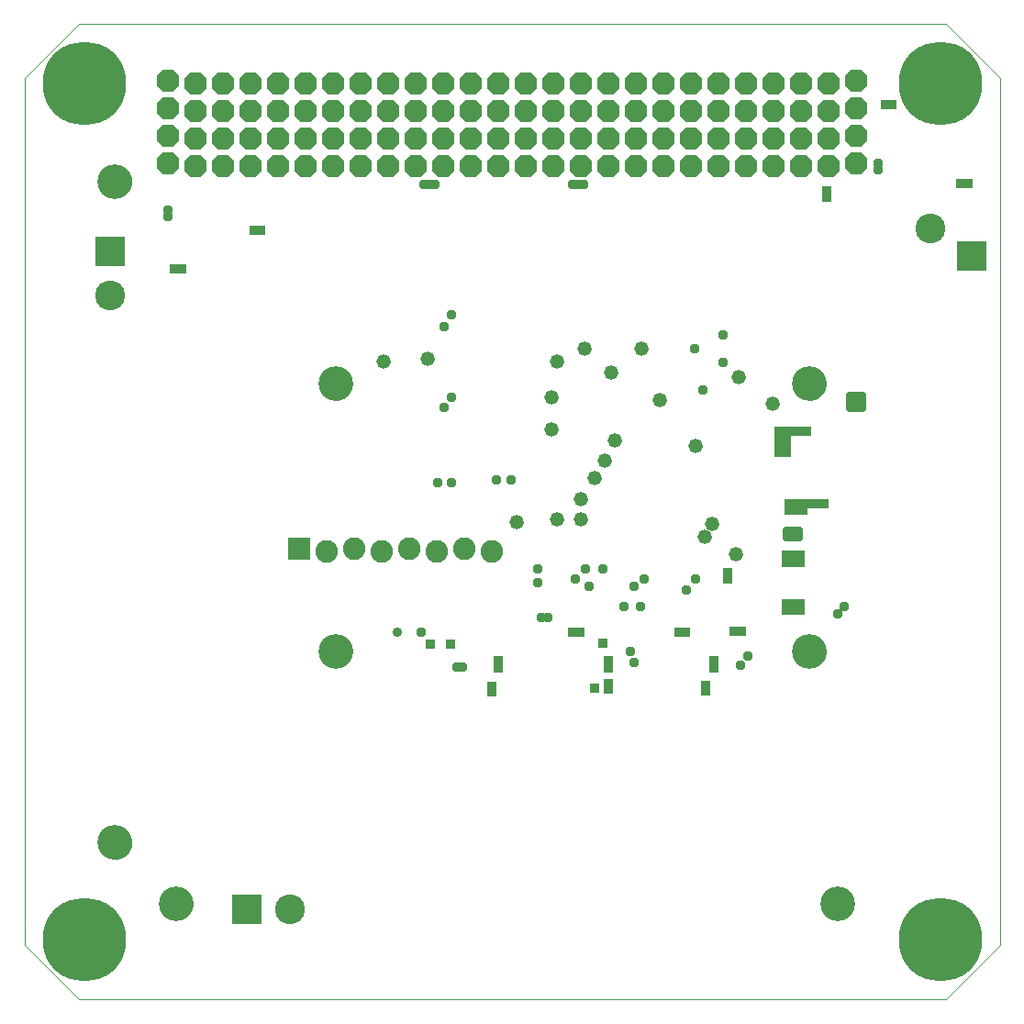
<source format=gbs>
G75*
%MOIN*%
%OFA0B0*%
%FSLAX25Y25*%
%IPPOS*%
%LPD*%
%AMOC8*
5,1,8,0,0,1.08239X$1,22.5*
%
%ADD10OC8,0.08200*%
%ADD11C,0.00000*%
%ADD12C,0.30328*%
%ADD13R,0.10800X0.10800*%
%ADD14C,0.10800*%
%ADD15C,0.12611*%
%ADD16C,0.05200*%
%ADD17R,0.08200X0.08200*%
%ADD18C,0.08200*%
%ADD19R,0.03581X0.03581*%
%ADD20R,0.03600X0.03600*%
%ADD21R,0.03778X0.03778*%
%ADD22C,0.03778*%
%ADD23C,0.03581*%
D10*
X0083620Y0322195D03*
X0073620Y0323195D03*
X0073620Y0333195D03*
X0083620Y0332195D03*
X0083620Y0342195D03*
X0083620Y0352195D03*
X0073620Y0353195D03*
X0073620Y0343195D03*
X0093620Y0342195D03*
X0093620Y0352195D03*
X0103620Y0352195D03*
X0113620Y0352195D03*
X0113620Y0342195D03*
X0103620Y0342195D03*
X0103620Y0332195D03*
X0113620Y0332195D03*
X0123620Y0332195D03*
X0123620Y0342195D03*
X0123620Y0352195D03*
X0133620Y0352195D03*
X0143620Y0352195D03*
X0143620Y0342195D03*
X0133620Y0342195D03*
X0133620Y0332195D03*
X0143620Y0332195D03*
X0153620Y0332195D03*
X0163620Y0332195D03*
X0163620Y0342195D03*
X0163620Y0352195D03*
X0153620Y0352195D03*
X0153620Y0342195D03*
X0173620Y0342195D03*
X0173620Y0352195D03*
X0183620Y0352195D03*
X0193620Y0352195D03*
X0193620Y0342195D03*
X0183620Y0342195D03*
X0183620Y0332195D03*
X0193620Y0332195D03*
X0203620Y0332195D03*
X0203620Y0342195D03*
X0203620Y0352195D03*
X0213620Y0352195D03*
X0223620Y0352195D03*
X0223620Y0342195D03*
X0213620Y0342195D03*
X0213620Y0332195D03*
X0223620Y0332195D03*
X0233620Y0332195D03*
X0233620Y0342195D03*
X0233620Y0352195D03*
X0243620Y0352195D03*
X0253620Y0352195D03*
X0253620Y0342195D03*
X0243620Y0342195D03*
X0243620Y0332195D03*
X0253620Y0332195D03*
X0263620Y0332195D03*
X0273620Y0332195D03*
X0273620Y0342195D03*
X0273620Y0352195D03*
X0263620Y0352195D03*
X0263620Y0342195D03*
X0283620Y0342195D03*
X0283620Y0352195D03*
X0293620Y0352195D03*
X0303620Y0352195D03*
X0303620Y0342195D03*
X0293620Y0342195D03*
X0293620Y0332195D03*
X0303620Y0332195D03*
X0313620Y0332195D03*
X0313620Y0342195D03*
X0313620Y0352195D03*
X0323620Y0353195D03*
X0323620Y0343195D03*
X0323620Y0333195D03*
X0323620Y0323195D03*
X0313620Y0322195D03*
X0303620Y0322195D03*
X0293620Y0322195D03*
X0283620Y0322195D03*
X0283620Y0332195D03*
X0273620Y0322195D03*
X0263620Y0322195D03*
X0253620Y0322195D03*
X0243620Y0322195D03*
X0233620Y0322195D03*
X0223620Y0322195D03*
X0213620Y0322195D03*
X0203620Y0322195D03*
X0193620Y0322195D03*
X0183620Y0322195D03*
X0173620Y0322195D03*
X0173620Y0332195D03*
X0163620Y0322195D03*
X0153620Y0322195D03*
X0143620Y0322195D03*
X0133620Y0322195D03*
X0123620Y0322195D03*
X0113620Y0322195D03*
X0103620Y0322195D03*
X0093620Y0322195D03*
X0093620Y0332195D03*
D11*
X0021455Y0354163D02*
X0021455Y0039203D01*
X0041140Y0019518D01*
X0356100Y0019518D01*
X0375785Y0039203D01*
X0375785Y0354163D01*
X0356100Y0373848D01*
X0041140Y0373848D01*
X0021455Y0354163D01*
X0048494Y0316762D02*
X0048496Y0316915D01*
X0048502Y0317069D01*
X0048512Y0317222D01*
X0048526Y0317374D01*
X0048544Y0317527D01*
X0048566Y0317678D01*
X0048591Y0317829D01*
X0048621Y0317980D01*
X0048655Y0318130D01*
X0048692Y0318278D01*
X0048733Y0318426D01*
X0048778Y0318572D01*
X0048827Y0318718D01*
X0048880Y0318862D01*
X0048936Y0319004D01*
X0048996Y0319145D01*
X0049060Y0319285D01*
X0049127Y0319423D01*
X0049198Y0319559D01*
X0049273Y0319693D01*
X0049350Y0319825D01*
X0049432Y0319955D01*
X0049516Y0320083D01*
X0049604Y0320209D01*
X0049695Y0320332D01*
X0049789Y0320453D01*
X0049887Y0320571D01*
X0049987Y0320687D01*
X0050091Y0320800D01*
X0050197Y0320911D01*
X0050306Y0321019D01*
X0050418Y0321124D01*
X0050532Y0321225D01*
X0050650Y0321324D01*
X0050769Y0321420D01*
X0050891Y0321513D01*
X0051016Y0321602D01*
X0051143Y0321689D01*
X0051272Y0321771D01*
X0051403Y0321851D01*
X0051536Y0321927D01*
X0051671Y0322000D01*
X0051808Y0322069D01*
X0051947Y0322134D01*
X0052087Y0322196D01*
X0052229Y0322254D01*
X0052372Y0322309D01*
X0052517Y0322360D01*
X0052663Y0322407D01*
X0052810Y0322450D01*
X0052958Y0322489D01*
X0053107Y0322525D01*
X0053257Y0322556D01*
X0053408Y0322584D01*
X0053559Y0322608D01*
X0053712Y0322628D01*
X0053864Y0322644D01*
X0054017Y0322656D01*
X0054170Y0322664D01*
X0054323Y0322668D01*
X0054477Y0322668D01*
X0054630Y0322664D01*
X0054783Y0322656D01*
X0054936Y0322644D01*
X0055088Y0322628D01*
X0055241Y0322608D01*
X0055392Y0322584D01*
X0055543Y0322556D01*
X0055693Y0322525D01*
X0055842Y0322489D01*
X0055990Y0322450D01*
X0056137Y0322407D01*
X0056283Y0322360D01*
X0056428Y0322309D01*
X0056571Y0322254D01*
X0056713Y0322196D01*
X0056853Y0322134D01*
X0056992Y0322069D01*
X0057129Y0322000D01*
X0057264Y0321927D01*
X0057397Y0321851D01*
X0057528Y0321771D01*
X0057657Y0321689D01*
X0057784Y0321602D01*
X0057909Y0321513D01*
X0058031Y0321420D01*
X0058150Y0321324D01*
X0058268Y0321225D01*
X0058382Y0321124D01*
X0058494Y0321019D01*
X0058603Y0320911D01*
X0058709Y0320800D01*
X0058813Y0320687D01*
X0058913Y0320571D01*
X0059011Y0320453D01*
X0059105Y0320332D01*
X0059196Y0320209D01*
X0059284Y0320083D01*
X0059368Y0319955D01*
X0059450Y0319825D01*
X0059527Y0319693D01*
X0059602Y0319559D01*
X0059673Y0319423D01*
X0059740Y0319285D01*
X0059804Y0319145D01*
X0059864Y0319004D01*
X0059920Y0318862D01*
X0059973Y0318718D01*
X0060022Y0318572D01*
X0060067Y0318426D01*
X0060108Y0318278D01*
X0060145Y0318130D01*
X0060179Y0317980D01*
X0060209Y0317829D01*
X0060234Y0317678D01*
X0060256Y0317527D01*
X0060274Y0317374D01*
X0060288Y0317222D01*
X0060298Y0317069D01*
X0060304Y0316915D01*
X0060306Y0316762D01*
X0060304Y0316609D01*
X0060298Y0316455D01*
X0060288Y0316302D01*
X0060274Y0316150D01*
X0060256Y0315997D01*
X0060234Y0315846D01*
X0060209Y0315695D01*
X0060179Y0315544D01*
X0060145Y0315394D01*
X0060108Y0315246D01*
X0060067Y0315098D01*
X0060022Y0314952D01*
X0059973Y0314806D01*
X0059920Y0314662D01*
X0059864Y0314520D01*
X0059804Y0314379D01*
X0059740Y0314239D01*
X0059673Y0314101D01*
X0059602Y0313965D01*
X0059527Y0313831D01*
X0059450Y0313699D01*
X0059368Y0313569D01*
X0059284Y0313441D01*
X0059196Y0313315D01*
X0059105Y0313192D01*
X0059011Y0313071D01*
X0058913Y0312953D01*
X0058813Y0312837D01*
X0058709Y0312724D01*
X0058603Y0312613D01*
X0058494Y0312505D01*
X0058382Y0312400D01*
X0058268Y0312299D01*
X0058150Y0312200D01*
X0058031Y0312104D01*
X0057909Y0312011D01*
X0057784Y0311922D01*
X0057657Y0311835D01*
X0057528Y0311753D01*
X0057397Y0311673D01*
X0057264Y0311597D01*
X0057129Y0311524D01*
X0056992Y0311455D01*
X0056853Y0311390D01*
X0056713Y0311328D01*
X0056571Y0311270D01*
X0056428Y0311215D01*
X0056283Y0311164D01*
X0056137Y0311117D01*
X0055990Y0311074D01*
X0055842Y0311035D01*
X0055693Y0310999D01*
X0055543Y0310968D01*
X0055392Y0310940D01*
X0055241Y0310916D01*
X0055088Y0310896D01*
X0054936Y0310880D01*
X0054783Y0310868D01*
X0054630Y0310860D01*
X0054477Y0310856D01*
X0054323Y0310856D01*
X0054170Y0310860D01*
X0054017Y0310868D01*
X0053864Y0310880D01*
X0053712Y0310896D01*
X0053559Y0310916D01*
X0053408Y0310940D01*
X0053257Y0310968D01*
X0053107Y0310999D01*
X0052958Y0311035D01*
X0052810Y0311074D01*
X0052663Y0311117D01*
X0052517Y0311164D01*
X0052372Y0311215D01*
X0052229Y0311270D01*
X0052087Y0311328D01*
X0051947Y0311390D01*
X0051808Y0311455D01*
X0051671Y0311524D01*
X0051536Y0311597D01*
X0051403Y0311673D01*
X0051272Y0311753D01*
X0051143Y0311835D01*
X0051016Y0311922D01*
X0050891Y0312011D01*
X0050769Y0312104D01*
X0050650Y0312200D01*
X0050532Y0312299D01*
X0050418Y0312400D01*
X0050306Y0312505D01*
X0050197Y0312613D01*
X0050091Y0312724D01*
X0049987Y0312837D01*
X0049887Y0312953D01*
X0049789Y0313071D01*
X0049695Y0313192D01*
X0049604Y0313315D01*
X0049516Y0313441D01*
X0049432Y0313569D01*
X0049350Y0313699D01*
X0049273Y0313831D01*
X0049198Y0313965D01*
X0049127Y0314101D01*
X0049060Y0314239D01*
X0048996Y0314379D01*
X0048936Y0314520D01*
X0048880Y0314662D01*
X0048827Y0314806D01*
X0048778Y0314952D01*
X0048733Y0315098D01*
X0048692Y0315246D01*
X0048655Y0315394D01*
X0048621Y0315544D01*
X0048591Y0315695D01*
X0048566Y0315846D01*
X0048544Y0315997D01*
X0048526Y0316150D01*
X0048512Y0316302D01*
X0048502Y0316455D01*
X0048496Y0316609D01*
X0048494Y0316762D01*
X0128664Y0243293D02*
X0128666Y0243446D01*
X0128672Y0243600D01*
X0128682Y0243753D01*
X0128696Y0243905D01*
X0128714Y0244058D01*
X0128736Y0244209D01*
X0128761Y0244360D01*
X0128791Y0244511D01*
X0128825Y0244661D01*
X0128862Y0244809D01*
X0128903Y0244957D01*
X0128948Y0245103D01*
X0128997Y0245249D01*
X0129050Y0245393D01*
X0129106Y0245535D01*
X0129166Y0245676D01*
X0129230Y0245816D01*
X0129297Y0245954D01*
X0129368Y0246090D01*
X0129443Y0246224D01*
X0129520Y0246356D01*
X0129602Y0246486D01*
X0129686Y0246614D01*
X0129774Y0246740D01*
X0129865Y0246863D01*
X0129959Y0246984D01*
X0130057Y0247102D01*
X0130157Y0247218D01*
X0130261Y0247331D01*
X0130367Y0247442D01*
X0130476Y0247550D01*
X0130588Y0247655D01*
X0130702Y0247756D01*
X0130820Y0247855D01*
X0130939Y0247951D01*
X0131061Y0248044D01*
X0131186Y0248133D01*
X0131313Y0248220D01*
X0131442Y0248302D01*
X0131573Y0248382D01*
X0131706Y0248458D01*
X0131841Y0248531D01*
X0131978Y0248600D01*
X0132117Y0248665D01*
X0132257Y0248727D01*
X0132399Y0248785D01*
X0132542Y0248840D01*
X0132687Y0248891D01*
X0132833Y0248938D01*
X0132980Y0248981D01*
X0133128Y0249020D01*
X0133277Y0249056D01*
X0133427Y0249087D01*
X0133578Y0249115D01*
X0133729Y0249139D01*
X0133882Y0249159D01*
X0134034Y0249175D01*
X0134187Y0249187D01*
X0134340Y0249195D01*
X0134493Y0249199D01*
X0134647Y0249199D01*
X0134800Y0249195D01*
X0134953Y0249187D01*
X0135106Y0249175D01*
X0135258Y0249159D01*
X0135411Y0249139D01*
X0135562Y0249115D01*
X0135713Y0249087D01*
X0135863Y0249056D01*
X0136012Y0249020D01*
X0136160Y0248981D01*
X0136307Y0248938D01*
X0136453Y0248891D01*
X0136598Y0248840D01*
X0136741Y0248785D01*
X0136883Y0248727D01*
X0137023Y0248665D01*
X0137162Y0248600D01*
X0137299Y0248531D01*
X0137434Y0248458D01*
X0137567Y0248382D01*
X0137698Y0248302D01*
X0137827Y0248220D01*
X0137954Y0248133D01*
X0138079Y0248044D01*
X0138201Y0247951D01*
X0138320Y0247855D01*
X0138438Y0247756D01*
X0138552Y0247655D01*
X0138664Y0247550D01*
X0138773Y0247442D01*
X0138879Y0247331D01*
X0138983Y0247218D01*
X0139083Y0247102D01*
X0139181Y0246984D01*
X0139275Y0246863D01*
X0139366Y0246740D01*
X0139454Y0246614D01*
X0139538Y0246486D01*
X0139620Y0246356D01*
X0139697Y0246224D01*
X0139772Y0246090D01*
X0139843Y0245954D01*
X0139910Y0245816D01*
X0139974Y0245676D01*
X0140034Y0245535D01*
X0140090Y0245393D01*
X0140143Y0245249D01*
X0140192Y0245103D01*
X0140237Y0244957D01*
X0140278Y0244809D01*
X0140315Y0244661D01*
X0140349Y0244511D01*
X0140379Y0244360D01*
X0140404Y0244209D01*
X0140426Y0244058D01*
X0140444Y0243905D01*
X0140458Y0243753D01*
X0140468Y0243600D01*
X0140474Y0243446D01*
X0140476Y0243293D01*
X0140474Y0243140D01*
X0140468Y0242986D01*
X0140458Y0242833D01*
X0140444Y0242681D01*
X0140426Y0242528D01*
X0140404Y0242377D01*
X0140379Y0242226D01*
X0140349Y0242075D01*
X0140315Y0241925D01*
X0140278Y0241777D01*
X0140237Y0241629D01*
X0140192Y0241483D01*
X0140143Y0241337D01*
X0140090Y0241193D01*
X0140034Y0241051D01*
X0139974Y0240910D01*
X0139910Y0240770D01*
X0139843Y0240632D01*
X0139772Y0240496D01*
X0139697Y0240362D01*
X0139620Y0240230D01*
X0139538Y0240100D01*
X0139454Y0239972D01*
X0139366Y0239846D01*
X0139275Y0239723D01*
X0139181Y0239602D01*
X0139083Y0239484D01*
X0138983Y0239368D01*
X0138879Y0239255D01*
X0138773Y0239144D01*
X0138664Y0239036D01*
X0138552Y0238931D01*
X0138438Y0238830D01*
X0138320Y0238731D01*
X0138201Y0238635D01*
X0138079Y0238542D01*
X0137954Y0238453D01*
X0137827Y0238366D01*
X0137698Y0238284D01*
X0137567Y0238204D01*
X0137434Y0238128D01*
X0137299Y0238055D01*
X0137162Y0237986D01*
X0137023Y0237921D01*
X0136883Y0237859D01*
X0136741Y0237801D01*
X0136598Y0237746D01*
X0136453Y0237695D01*
X0136307Y0237648D01*
X0136160Y0237605D01*
X0136012Y0237566D01*
X0135863Y0237530D01*
X0135713Y0237499D01*
X0135562Y0237471D01*
X0135411Y0237447D01*
X0135258Y0237427D01*
X0135106Y0237411D01*
X0134953Y0237399D01*
X0134800Y0237391D01*
X0134647Y0237387D01*
X0134493Y0237387D01*
X0134340Y0237391D01*
X0134187Y0237399D01*
X0134034Y0237411D01*
X0133882Y0237427D01*
X0133729Y0237447D01*
X0133578Y0237471D01*
X0133427Y0237499D01*
X0133277Y0237530D01*
X0133128Y0237566D01*
X0132980Y0237605D01*
X0132833Y0237648D01*
X0132687Y0237695D01*
X0132542Y0237746D01*
X0132399Y0237801D01*
X0132257Y0237859D01*
X0132117Y0237921D01*
X0131978Y0237986D01*
X0131841Y0238055D01*
X0131706Y0238128D01*
X0131573Y0238204D01*
X0131442Y0238284D01*
X0131313Y0238366D01*
X0131186Y0238453D01*
X0131061Y0238542D01*
X0130939Y0238635D01*
X0130820Y0238731D01*
X0130702Y0238830D01*
X0130588Y0238931D01*
X0130476Y0239036D01*
X0130367Y0239144D01*
X0130261Y0239255D01*
X0130157Y0239368D01*
X0130057Y0239484D01*
X0129959Y0239602D01*
X0129865Y0239723D01*
X0129774Y0239846D01*
X0129686Y0239972D01*
X0129602Y0240100D01*
X0129520Y0240230D01*
X0129443Y0240362D01*
X0129368Y0240496D01*
X0129297Y0240632D01*
X0129230Y0240770D01*
X0129166Y0240910D01*
X0129106Y0241051D01*
X0129050Y0241193D01*
X0128997Y0241337D01*
X0128948Y0241483D01*
X0128903Y0241629D01*
X0128862Y0241777D01*
X0128825Y0241925D01*
X0128791Y0242075D01*
X0128761Y0242226D01*
X0128736Y0242377D01*
X0128714Y0242528D01*
X0128696Y0242681D01*
X0128682Y0242833D01*
X0128672Y0242986D01*
X0128666Y0243140D01*
X0128664Y0243293D01*
X0128694Y0146083D02*
X0128696Y0146236D01*
X0128702Y0146390D01*
X0128712Y0146543D01*
X0128726Y0146695D01*
X0128744Y0146848D01*
X0128766Y0146999D01*
X0128791Y0147150D01*
X0128821Y0147301D01*
X0128855Y0147451D01*
X0128892Y0147599D01*
X0128933Y0147747D01*
X0128978Y0147893D01*
X0129027Y0148039D01*
X0129080Y0148183D01*
X0129136Y0148325D01*
X0129196Y0148466D01*
X0129260Y0148606D01*
X0129327Y0148744D01*
X0129398Y0148880D01*
X0129473Y0149014D01*
X0129550Y0149146D01*
X0129632Y0149276D01*
X0129716Y0149404D01*
X0129804Y0149530D01*
X0129895Y0149653D01*
X0129989Y0149774D01*
X0130087Y0149892D01*
X0130187Y0150008D01*
X0130291Y0150121D01*
X0130397Y0150232D01*
X0130506Y0150340D01*
X0130618Y0150445D01*
X0130732Y0150546D01*
X0130850Y0150645D01*
X0130969Y0150741D01*
X0131091Y0150834D01*
X0131216Y0150923D01*
X0131343Y0151010D01*
X0131472Y0151092D01*
X0131603Y0151172D01*
X0131736Y0151248D01*
X0131871Y0151321D01*
X0132008Y0151390D01*
X0132147Y0151455D01*
X0132287Y0151517D01*
X0132429Y0151575D01*
X0132572Y0151630D01*
X0132717Y0151681D01*
X0132863Y0151728D01*
X0133010Y0151771D01*
X0133158Y0151810D01*
X0133307Y0151846D01*
X0133457Y0151877D01*
X0133608Y0151905D01*
X0133759Y0151929D01*
X0133912Y0151949D01*
X0134064Y0151965D01*
X0134217Y0151977D01*
X0134370Y0151985D01*
X0134523Y0151989D01*
X0134677Y0151989D01*
X0134830Y0151985D01*
X0134983Y0151977D01*
X0135136Y0151965D01*
X0135288Y0151949D01*
X0135441Y0151929D01*
X0135592Y0151905D01*
X0135743Y0151877D01*
X0135893Y0151846D01*
X0136042Y0151810D01*
X0136190Y0151771D01*
X0136337Y0151728D01*
X0136483Y0151681D01*
X0136628Y0151630D01*
X0136771Y0151575D01*
X0136913Y0151517D01*
X0137053Y0151455D01*
X0137192Y0151390D01*
X0137329Y0151321D01*
X0137464Y0151248D01*
X0137597Y0151172D01*
X0137728Y0151092D01*
X0137857Y0151010D01*
X0137984Y0150923D01*
X0138109Y0150834D01*
X0138231Y0150741D01*
X0138350Y0150645D01*
X0138468Y0150546D01*
X0138582Y0150445D01*
X0138694Y0150340D01*
X0138803Y0150232D01*
X0138909Y0150121D01*
X0139013Y0150008D01*
X0139113Y0149892D01*
X0139211Y0149774D01*
X0139305Y0149653D01*
X0139396Y0149530D01*
X0139484Y0149404D01*
X0139568Y0149276D01*
X0139650Y0149146D01*
X0139727Y0149014D01*
X0139802Y0148880D01*
X0139873Y0148744D01*
X0139940Y0148606D01*
X0140004Y0148466D01*
X0140064Y0148325D01*
X0140120Y0148183D01*
X0140173Y0148039D01*
X0140222Y0147893D01*
X0140267Y0147747D01*
X0140308Y0147599D01*
X0140345Y0147451D01*
X0140379Y0147301D01*
X0140409Y0147150D01*
X0140434Y0146999D01*
X0140456Y0146848D01*
X0140474Y0146695D01*
X0140488Y0146543D01*
X0140498Y0146390D01*
X0140504Y0146236D01*
X0140506Y0146083D01*
X0140504Y0145930D01*
X0140498Y0145776D01*
X0140488Y0145623D01*
X0140474Y0145471D01*
X0140456Y0145318D01*
X0140434Y0145167D01*
X0140409Y0145016D01*
X0140379Y0144865D01*
X0140345Y0144715D01*
X0140308Y0144567D01*
X0140267Y0144419D01*
X0140222Y0144273D01*
X0140173Y0144127D01*
X0140120Y0143983D01*
X0140064Y0143841D01*
X0140004Y0143700D01*
X0139940Y0143560D01*
X0139873Y0143422D01*
X0139802Y0143286D01*
X0139727Y0143152D01*
X0139650Y0143020D01*
X0139568Y0142890D01*
X0139484Y0142762D01*
X0139396Y0142636D01*
X0139305Y0142513D01*
X0139211Y0142392D01*
X0139113Y0142274D01*
X0139013Y0142158D01*
X0138909Y0142045D01*
X0138803Y0141934D01*
X0138694Y0141826D01*
X0138582Y0141721D01*
X0138468Y0141620D01*
X0138350Y0141521D01*
X0138231Y0141425D01*
X0138109Y0141332D01*
X0137984Y0141243D01*
X0137857Y0141156D01*
X0137728Y0141074D01*
X0137597Y0140994D01*
X0137464Y0140918D01*
X0137329Y0140845D01*
X0137192Y0140776D01*
X0137053Y0140711D01*
X0136913Y0140649D01*
X0136771Y0140591D01*
X0136628Y0140536D01*
X0136483Y0140485D01*
X0136337Y0140438D01*
X0136190Y0140395D01*
X0136042Y0140356D01*
X0135893Y0140320D01*
X0135743Y0140289D01*
X0135592Y0140261D01*
X0135441Y0140237D01*
X0135288Y0140217D01*
X0135136Y0140201D01*
X0134983Y0140189D01*
X0134830Y0140181D01*
X0134677Y0140177D01*
X0134523Y0140177D01*
X0134370Y0140181D01*
X0134217Y0140189D01*
X0134064Y0140201D01*
X0133912Y0140217D01*
X0133759Y0140237D01*
X0133608Y0140261D01*
X0133457Y0140289D01*
X0133307Y0140320D01*
X0133158Y0140356D01*
X0133010Y0140395D01*
X0132863Y0140438D01*
X0132717Y0140485D01*
X0132572Y0140536D01*
X0132429Y0140591D01*
X0132287Y0140649D01*
X0132147Y0140711D01*
X0132008Y0140776D01*
X0131871Y0140845D01*
X0131736Y0140918D01*
X0131603Y0140994D01*
X0131472Y0141074D01*
X0131343Y0141156D01*
X0131216Y0141243D01*
X0131091Y0141332D01*
X0130969Y0141425D01*
X0130850Y0141521D01*
X0130732Y0141620D01*
X0130618Y0141721D01*
X0130506Y0141826D01*
X0130397Y0141934D01*
X0130291Y0142045D01*
X0130187Y0142158D01*
X0130087Y0142274D01*
X0129989Y0142392D01*
X0129895Y0142513D01*
X0129804Y0142636D01*
X0129716Y0142762D01*
X0129632Y0142890D01*
X0129550Y0143020D01*
X0129473Y0143152D01*
X0129398Y0143286D01*
X0129327Y0143422D01*
X0129260Y0143560D01*
X0129196Y0143700D01*
X0129136Y0143841D01*
X0129080Y0143983D01*
X0129027Y0144127D01*
X0128978Y0144273D01*
X0128933Y0144419D01*
X0128892Y0144567D01*
X0128855Y0144715D01*
X0128821Y0144865D01*
X0128791Y0145016D01*
X0128766Y0145167D01*
X0128744Y0145318D01*
X0128726Y0145471D01*
X0128712Y0145623D01*
X0128702Y0145776D01*
X0128696Y0145930D01*
X0128694Y0146083D01*
X0048494Y0076604D02*
X0048496Y0076757D01*
X0048502Y0076911D01*
X0048512Y0077064D01*
X0048526Y0077216D01*
X0048544Y0077369D01*
X0048566Y0077520D01*
X0048591Y0077671D01*
X0048621Y0077822D01*
X0048655Y0077972D01*
X0048692Y0078120D01*
X0048733Y0078268D01*
X0048778Y0078414D01*
X0048827Y0078560D01*
X0048880Y0078704D01*
X0048936Y0078846D01*
X0048996Y0078987D01*
X0049060Y0079127D01*
X0049127Y0079265D01*
X0049198Y0079401D01*
X0049273Y0079535D01*
X0049350Y0079667D01*
X0049432Y0079797D01*
X0049516Y0079925D01*
X0049604Y0080051D01*
X0049695Y0080174D01*
X0049789Y0080295D01*
X0049887Y0080413D01*
X0049987Y0080529D01*
X0050091Y0080642D01*
X0050197Y0080753D01*
X0050306Y0080861D01*
X0050418Y0080966D01*
X0050532Y0081067D01*
X0050650Y0081166D01*
X0050769Y0081262D01*
X0050891Y0081355D01*
X0051016Y0081444D01*
X0051143Y0081531D01*
X0051272Y0081613D01*
X0051403Y0081693D01*
X0051536Y0081769D01*
X0051671Y0081842D01*
X0051808Y0081911D01*
X0051947Y0081976D01*
X0052087Y0082038D01*
X0052229Y0082096D01*
X0052372Y0082151D01*
X0052517Y0082202D01*
X0052663Y0082249D01*
X0052810Y0082292D01*
X0052958Y0082331D01*
X0053107Y0082367D01*
X0053257Y0082398D01*
X0053408Y0082426D01*
X0053559Y0082450D01*
X0053712Y0082470D01*
X0053864Y0082486D01*
X0054017Y0082498D01*
X0054170Y0082506D01*
X0054323Y0082510D01*
X0054477Y0082510D01*
X0054630Y0082506D01*
X0054783Y0082498D01*
X0054936Y0082486D01*
X0055088Y0082470D01*
X0055241Y0082450D01*
X0055392Y0082426D01*
X0055543Y0082398D01*
X0055693Y0082367D01*
X0055842Y0082331D01*
X0055990Y0082292D01*
X0056137Y0082249D01*
X0056283Y0082202D01*
X0056428Y0082151D01*
X0056571Y0082096D01*
X0056713Y0082038D01*
X0056853Y0081976D01*
X0056992Y0081911D01*
X0057129Y0081842D01*
X0057264Y0081769D01*
X0057397Y0081693D01*
X0057528Y0081613D01*
X0057657Y0081531D01*
X0057784Y0081444D01*
X0057909Y0081355D01*
X0058031Y0081262D01*
X0058150Y0081166D01*
X0058268Y0081067D01*
X0058382Y0080966D01*
X0058494Y0080861D01*
X0058603Y0080753D01*
X0058709Y0080642D01*
X0058813Y0080529D01*
X0058913Y0080413D01*
X0059011Y0080295D01*
X0059105Y0080174D01*
X0059196Y0080051D01*
X0059284Y0079925D01*
X0059368Y0079797D01*
X0059450Y0079667D01*
X0059527Y0079535D01*
X0059602Y0079401D01*
X0059673Y0079265D01*
X0059740Y0079127D01*
X0059804Y0078987D01*
X0059864Y0078846D01*
X0059920Y0078704D01*
X0059973Y0078560D01*
X0060022Y0078414D01*
X0060067Y0078268D01*
X0060108Y0078120D01*
X0060145Y0077972D01*
X0060179Y0077822D01*
X0060209Y0077671D01*
X0060234Y0077520D01*
X0060256Y0077369D01*
X0060274Y0077216D01*
X0060288Y0077064D01*
X0060298Y0076911D01*
X0060304Y0076757D01*
X0060306Y0076604D01*
X0060304Y0076451D01*
X0060298Y0076297D01*
X0060288Y0076144D01*
X0060274Y0075992D01*
X0060256Y0075839D01*
X0060234Y0075688D01*
X0060209Y0075537D01*
X0060179Y0075386D01*
X0060145Y0075236D01*
X0060108Y0075088D01*
X0060067Y0074940D01*
X0060022Y0074794D01*
X0059973Y0074648D01*
X0059920Y0074504D01*
X0059864Y0074362D01*
X0059804Y0074221D01*
X0059740Y0074081D01*
X0059673Y0073943D01*
X0059602Y0073807D01*
X0059527Y0073673D01*
X0059450Y0073541D01*
X0059368Y0073411D01*
X0059284Y0073283D01*
X0059196Y0073157D01*
X0059105Y0073034D01*
X0059011Y0072913D01*
X0058913Y0072795D01*
X0058813Y0072679D01*
X0058709Y0072566D01*
X0058603Y0072455D01*
X0058494Y0072347D01*
X0058382Y0072242D01*
X0058268Y0072141D01*
X0058150Y0072042D01*
X0058031Y0071946D01*
X0057909Y0071853D01*
X0057784Y0071764D01*
X0057657Y0071677D01*
X0057528Y0071595D01*
X0057397Y0071515D01*
X0057264Y0071439D01*
X0057129Y0071366D01*
X0056992Y0071297D01*
X0056853Y0071232D01*
X0056713Y0071170D01*
X0056571Y0071112D01*
X0056428Y0071057D01*
X0056283Y0071006D01*
X0056137Y0070959D01*
X0055990Y0070916D01*
X0055842Y0070877D01*
X0055693Y0070841D01*
X0055543Y0070810D01*
X0055392Y0070782D01*
X0055241Y0070758D01*
X0055088Y0070738D01*
X0054936Y0070722D01*
X0054783Y0070710D01*
X0054630Y0070702D01*
X0054477Y0070698D01*
X0054323Y0070698D01*
X0054170Y0070702D01*
X0054017Y0070710D01*
X0053864Y0070722D01*
X0053712Y0070738D01*
X0053559Y0070758D01*
X0053408Y0070782D01*
X0053257Y0070810D01*
X0053107Y0070841D01*
X0052958Y0070877D01*
X0052810Y0070916D01*
X0052663Y0070959D01*
X0052517Y0071006D01*
X0052372Y0071057D01*
X0052229Y0071112D01*
X0052087Y0071170D01*
X0051947Y0071232D01*
X0051808Y0071297D01*
X0051671Y0071366D01*
X0051536Y0071439D01*
X0051403Y0071515D01*
X0051272Y0071595D01*
X0051143Y0071677D01*
X0051016Y0071764D01*
X0050891Y0071853D01*
X0050769Y0071946D01*
X0050650Y0072042D01*
X0050532Y0072141D01*
X0050418Y0072242D01*
X0050306Y0072347D01*
X0050197Y0072455D01*
X0050091Y0072566D01*
X0049987Y0072679D01*
X0049887Y0072795D01*
X0049789Y0072913D01*
X0049695Y0073034D01*
X0049604Y0073157D01*
X0049516Y0073283D01*
X0049432Y0073411D01*
X0049350Y0073541D01*
X0049273Y0073673D01*
X0049198Y0073807D01*
X0049127Y0073943D01*
X0049060Y0074081D01*
X0048996Y0074221D01*
X0048936Y0074362D01*
X0048880Y0074504D01*
X0048827Y0074648D01*
X0048778Y0074794D01*
X0048733Y0074940D01*
X0048692Y0075088D01*
X0048655Y0075236D01*
X0048621Y0075386D01*
X0048591Y0075537D01*
X0048566Y0075688D01*
X0048544Y0075839D01*
X0048526Y0075992D01*
X0048512Y0076144D01*
X0048502Y0076297D01*
X0048496Y0076451D01*
X0048494Y0076604D01*
X0070698Y0054400D02*
X0070700Y0054553D01*
X0070706Y0054707D01*
X0070716Y0054860D01*
X0070730Y0055012D01*
X0070748Y0055165D01*
X0070770Y0055316D01*
X0070795Y0055467D01*
X0070825Y0055618D01*
X0070859Y0055768D01*
X0070896Y0055916D01*
X0070937Y0056064D01*
X0070982Y0056210D01*
X0071031Y0056356D01*
X0071084Y0056500D01*
X0071140Y0056642D01*
X0071200Y0056783D01*
X0071264Y0056923D01*
X0071331Y0057061D01*
X0071402Y0057197D01*
X0071477Y0057331D01*
X0071554Y0057463D01*
X0071636Y0057593D01*
X0071720Y0057721D01*
X0071808Y0057847D01*
X0071899Y0057970D01*
X0071993Y0058091D01*
X0072091Y0058209D01*
X0072191Y0058325D01*
X0072295Y0058438D01*
X0072401Y0058549D01*
X0072510Y0058657D01*
X0072622Y0058762D01*
X0072736Y0058863D01*
X0072854Y0058962D01*
X0072973Y0059058D01*
X0073095Y0059151D01*
X0073220Y0059240D01*
X0073347Y0059327D01*
X0073476Y0059409D01*
X0073607Y0059489D01*
X0073740Y0059565D01*
X0073875Y0059638D01*
X0074012Y0059707D01*
X0074151Y0059772D01*
X0074291Y0059834D01*
X0074433Y0059892D01*
X0074576Y0059947D01*
X0074721Y0059998D01*
X0074867Y0060045D01*
X0075014Y0060088D01*
X0075162Y0060127D01*
X0075311Y0060163D01*
X0075461Y0060194D01*
X0075612Y0060222D01*
X0075763Y0060246D01*
X0075916Y0060266D01*
X0076068Y0060282D01*
X0076221Y0060294D01*
X0076374Y0060302D01*
X0076527Y0060306D01*
X0076681Y0060306D01*
X0076834Y0060302D01*
X0076987Y0060294D01*
X0077140Y0060282D01*
X0077292Y0060266D01*
X0077445Y0060246D01*
X0077596Y0060222D01*
X0077747Y0060194D01*
X0077897Y0060163D01*
X0078046Y0060127D01*
X0078194Y0060088D01*
X0078341Y0060045D01*
X0078487Y0059998D01*
X0078632Y0059947D01*
X0078775Y0059892D01*
X0078917Y0059834D01*
X0079057Y0059772D01*
X0079196Y0059707D01*
X0079333Y0059638D01*
X0079468Y0059565D01*
X0079601Y0059489D01*
X0079732Y0059409D01*
X0079861Y0059327D01*
X0079988Y0059240D01*
X0080113Y0059151D01*
X0080235Y0059058D01*
X0080354Y0058962D01*
X0080472Y0058863D01*
X0080586Y0058762D01*
X0080698Y0058657D01*
X0080807Y0058549D01*
X0080913Y0058438D01*
X0081017Y0058325D01*
X0081117Y0058209D01*
X0081215Y0058091D01*
X0081309Y0057970D01*
X0081400Y0057847D01*
X0081488Y0057721D01*
X0081572Y0057593D01*
X0081654Y0057463D01*
X0081731Y0057331D01*
X0081806Y0057197D01*
X0081877Y0057061D01*
X0081944Y0056923D01*
X0082008Y0056783D01*
X0082068Y0056642D01*
X0082124Y0056500D01*
X0082177Y0056356D01*
X0082226Y0056210D01*
X0082271Y0056064D01*
X0082312Y0055916D01*
X0082349Y0055768D01*
X0082383Y0055618D01*
X0082413Y0055467D01*
X0082438Y0055316D01*
X0082460Y0055165D01*
X0082478Y0055012D01*
X0082492Y0054860D01*
X0082502Y0054707D01*
X0082508Y0054553D01*
X0082510Y0054400D01*
X0082508Y0054247D01*
X0082502Y0054093D01*
X0082492Y0053940D01*
X0082478Y0053788D01*
X0082460Y0053635D01*
X0082438Y0053484D01*
X0082413Y0053333D01*
X0082383Y0053182D01*
X0082349Y0053032D01*
X0082312Y0052884D01*
X0082271Y0052736D01*
X0082226Y0052590D01*
X0082177Y0052444D01*
X0082124Y0052300D01*
X0082068Y0052158D01*
X0082008Y0052017D01*
X0081944Y0051877D01*
X0081877Y0051739D01*
X0081806Y0051603D01*
X0081731Y0051469D01*
X0081654Y0051337D01*
X0081572Y0051207D01*
X0081488Y0051079D01*
X0081400Y0050953D01*
X0081309Y0050830D01*
X0081215Y0050709D01*
X0081117Y0050591D01*
X0081017Y0050475D01*
X0080913Y0050362D01*
X0080807Y0050251D01*
X0080698Y0050143D01*
X0080586Y0050038D01*
X0080472Y0049937D01*
X0080354Y0049838D01*
X0080235Y0049742D01*
X0080113Y0049649D01*
X0079988Y0049560D01*
X0079861Y0049473D01*
X0079732Y0049391D01*
X0079601Y0049311D01*
X0079468Y0049235D01*
X0079333Y0049162D01*
X0079196Y0049093D01*
X0079057Y0049028D01*
X0078917Y0048966D01*
X0078775Y0048908D01*
X0078632Y0048853D01*
X0078487Y0048802D01*
X0078341Y0048755D01*
X0078194Y0048712D01*
X0078046Y0048673D01*
X0077897Y0048637D01*
X0077747Y0048606D01*
X0077596Y0048578D01*
X0077445Y0048554D01*
X0077292Y0048534D01*
X0077140Y0048518D01*
X0076987Y0048506D01*
X0076834Y0048498D01*
X0076681Y0048494D01*
X0076527Y0048494D01*
X0076374Y0048498D01*
X0076221Y0048506D01*
X0076068Y0048518D01*
X0075916Y0048534D01*
X0075763Y0048554D01*
X0075612Y0048578D01*
X0075461Y0048606D01*
X0075311Y0048637D01*
X0075162Y0048673D01*
X0075014Y0048712D01*
X0074867Y0048755D01*
X0074721Y0048802D01*
X0074576Y0048853D01*
X0074433Y0048908D01*
X0074291Y0048966D01*
X0074151Y0049028D01*
X0074012Y0049093D01*
X0073875Y0049162D01*
X0073740Y0049235D01*
X0073607Y0049311D01*
X0073476Y0049391D01*
X0073347Y0049473D01*
X0073220Y0049560D01*
X0073095Y0049649D01*
X0072973Y0049742D01*
X0072854Y0049838D01*
X0072736Y0049937D01*
X0072622Y0050038D01*
X0072510Y0050143D01*
X0072401Y0050251D01*
X0072295Y0050362D01*
X0072191Y0050475D01*
X0072091Y0050591D01*
X0071993Y0050709D01*
X0071899Y0050830D01*
X0071808Y0050953D01*
X0071720Y0051079D01*
X0071636Y0051207D01*
X0071554Y0051337D01*
X0071477Y0051469D01*
X0071402Y0051603D01*
X0071331Y0051739D01*
X0071264Y0051877D01*
X0071200Y0052017D01*
X0071140Y0052158D01*
X0071084Y0052300D01*
X0071031Y0052444D01*
X0070982Y0052590D01*
X0070937Y0052736D01*
X0070896Y0052884D01*
X0070859Y0053032D01*
X0070825Y0053182D01*
X0070795Y0053333D01*
X0070770Y0053484D01*
X0070748Y0053635D01*
X0070730Y0053788D01*
X0070716Y0053940D01*
X0070706Y0054093D01*
X0070700Y0054247D01*
X0070698Y0054400D01*
X0300734Y0146053D02*
X0300736Y0146206D01*
X0300742Y0146360D01*
X0300752Y0146513D01*
X0300766Y0146665D01*
X0300784Y0146818D01*
X0300806Y0146969D01*
X0300831Y0147120D01*
X0300861Y0147271D01*
X0300895Y0147421D01*
X0300932Y0147569D01*
X0300973Y0147717D01*
X0301018Y0147863D01*
X0301067Y0148009D01*
X0301120Y0148153D01*
X0301176Y0148295D01*
X0301236Y0148436D01*
X0301300Y0148576D01*
X0301367Y0148714D01*
X0301438Y0148850D01*
X0301513Y0148984D01*
X0301590Y0149116D01*
X0301672Y0149246D01*
X0301756Y0149374D01*
X0301844Y0149500D01*
X0301935Y0149623D01*
X0302029Y0149744D01*
X0302127Y0149862D01*
X0302227Y0149978D01*
X0302331Y0150091D01*
X0302437Y0150202D01*
X0302546Y0150310D01*
X0302658Y0150415D01*
X0302772Y0150516D01*
X0302890Y0150615D01*
X0303009Y0150711D01*
X0303131Y0150804D01*
X0303256Y0150893D01*
X0303383Y0150980D01*
X0303512Y0151062D01*
X0303643Y0151142D01*
X0303776Y0151218D01*
X0303911Y0151291D01*
X0304048Y0151360D01*
X0304187Y0151425D01*
X0304327Y0151487D01*
X0304469Y0151545D01*
X0304612Y0151600D01*
X0304757Y0151651D01*
X0304903Y0151698D01*
X0305050Y0151741D01*
X0305198Y0151780D01*
X0305347Y0151816D01*
X0305497Y0151847D01*
X0305648Y0151875D01*
X0305799Y0151899D01*
X0305952Y0151919D01*
X0306104Y0151935D01*
X0306257Y0151947D01*
X0306410Y0151955D01*
X0306563Y0151959D01*
X0306717Y0151959D01*
X0306870Y0151955D01*
X0307023Y0151947D01*
X0307176Y0151935D01*
X0307328Y0151919D01*
X0307481Y0151899D01*
X0307632Y0151875D01*
X0307783Y0151847D01*
X0307933Y0151816D01*
X0308082Y0151780D01*
X0308230Y0151741D01*
X0308377Y0151698D01*
X0308523Y0151651D01*
X0308668Y0151600D01*
X0308811Y0151545D01*
X0308953Y0151487D01*
X0309093Y0151425D01*
X0309232Y0151360D01*
X0309369Y0151291D01*
X0309504Y0151218D01*
X0309637Y0151142D01*
X0309768Y0151062D01*
X0309897Y0150980D01*
X0310024Y0150893D01*
X0310149Y0150804D01*
X0310271Y0150711D01*
X0310390Y0150615D01*
X0310508Y0150516D01*
X0310622Y0150415D01*
X0310734Y0150310D01*
X0310843Y0150202D01*
X0310949Y0150091D01*
X0311053Y0149978D01*
X0311153Y0149862D01*
X0311251Y0149744D01*
X0311345Y0149623D01*
X0311436Y0149500D01*
X0311524Y0149374D01*
X0311608Y0149246D01*
X0311690Y0149116D01*
X0311767Y0148984D01*
X0311842Y0148850D01*
X0311913Y0148714D01*
X0311980Y0148576D01*
X0312044Y0148436D01*
X0312104Y0148295D01*
X0312160Y0148153D01*
X0312213Y0148009D01*
X0312262Y0147863D01*
X0312307Y0147717D01*
X0312348Y0147569D01*
X0312385Y0147421D01*
X0312419Y0147271D01*
X0312449Y0147120D01*
X0312474Y0146969D01*
X0312496Y0146818D01*
X0312514Y0146665D01*
X0312528Y0146513D01*
X0312538Y0146360D01*
X0312544Y0146206D01*
X0312546Y0146053D01*
X0312544Y0145900D01*
X0312538Y0145746D01*
X0312528Y0145593D01*
X0312514Y0145441D01*
X0312496Y0145288D01*
X0312474Y0145137D01*
X0312449Y0144986D01*
X0312419Y0144835D01*
X0312385Y0144685D01*
X0312348Y0144537D01*
X0312307Y0144389D01*
X0312262Y0144243D01*
X0312213Y0144097D01*
X0312160Y0143953D01*
X0312104Y0143811D01*
X0312044Y0143670D01*
X0311980Y0143530D01*
X0311913Y0143392D01*
X0311842Y0143256D01*
X0311767Y0143122D01*
X0311690Y0142990D01*
X0311608Y0142860D01*
X0311524Y0142732D01*
X0311436Y0142606D01*
X0311345Y0142483D01*
X0311251Y0142362D01*
X0311153Y0142244D01*
X0311053Y0142128D01*
X0310949Y0142015D01*
X0310843Y0141904D01*
X0310734Y0141796D01*
X0310622Y0141691D01*
X0310508Y0141590D01*
X0310390Y0141491D01*
X0310271Y0141395D01*
X0310149Y0141302D01*
X0310024Y0141213D01*
X0309897Y0141126D01*
X0309768Y0141044D01*
X0309637Y0140964D01*
X0309504Y0140888D01*
X0309369Y0140815D01*
X0309232Y0140746D01*
X0309093Y0140681D01*
X0308953Y0140619D01*
X0308811Y0140561D01*
X0308668Y0140506D01*
X0308523Y0140455D01*
X0308377Y0140408D01*
X0308230Y0140365D01*
X0308082Y0140326D01*
X0307933Y0140290D01*
X0307783Y0140259D01*
X0307632Y0140231D01*
X0307481Y0140207D01*
X0307328Y0140187D01*
X0307176Y0140171D01*
X0307023Y0140159D01*
X0306870Y0140151D01*
X0306717Y0140147D01*
X0306563Y0140147D01*
X0306410Y0140151D01*
X0306257Y0140159D01*
X0306104Y0140171D01*
X0305952Y0140187D01*
X0305799Y0140207D01*
X0305648Y0140231D01*
X0305497Y0140259D01*
X0305347Y0140290D01*
X0305198Y0140326D01*
X0305050Y0140365D01*
X0304903Y0140408D01*
X0304757Y0140455D01*
X0304612Y0140506D01*
X0304469Y0140561D01*
X0304327Y0140619D01*
X0304187Y0140681D01*
X0304048Y0140746D01*
X0303911Y0140815D01*
X0303776Y0140888D01*
X0303643Y0140964D01*
X0303512Y0141044D01*
X0303383Y0141126D01*
X0303256Y0141213D01*
X0303131Y0141302D01*
X0303009Y0141395D01*
X0302890Y0141491D01*
X0302772Y0141590D01*
X0302658Y0141691D01*
X0302546Y0141796D01*
X0302437Y0141904D01*
X0302331Y0142015D01*
X0302227Y0142128D01*
X0302127Y0142244D01*
X0302029Y0142362D01*
X0301935Y0142483D01*
X0301844Y0142606D01*
X0301756Y0142732D01*
X0301672Y0142860D01*
X0301590Y0142990D01*
X0301513Y0143122D01*
X0301438Y0143256D01*
X0301367Y0143392D01*
X0301300Y0143530D01*
X0301236Y0143670D01*
X0301176Y0143811D01*
X0301120Y0143953D01*
X0301067Y0144097D01*
X0301018Y0144243D01*
X0300973Y0144389D01*
X0300932Y0144537D01*
X0300895Y0144685D01*
X0300861Y0144835D01*
X0300831Y0144986D01*
X0300806Y0145137D01*
X0300784Y0145288D01*
X0300766Y0145441D01*
X0300752Y0145593D01*
X0300742Y0145746D01*
X0300736Y0145900D01*
X0300734Y0146053D01*
X0310856Y0054400D02*
X0310858Y0054553D01*
X0310864Y0054707D01*
X0310874Y0054860D01*
X0310888Y0055012D01*
X0310906Y0055165D01*
X0310928Y0055316D01*
X0310953Y0055467D01*
X0310983Y0055618D01*
X0311017Y0055768D01*
X0311054Y0055916D01*
X0311095Y0056064D01*
X0311140Y0056210D01*
X0311189Y0056356D01*
X0311242Y0056500D01*
X0311298Y0056642D01*
X0311358Y0056783D01*
X0311422Y0056923D01*
X0311489Y0057061D01*
X0311560Y0057197D01*
X0311635Y0057331D01*
X0311712Y0057463D01*
X0311794Y0057593D01*
X0311878Y0057721D01*
X0311966Y0057847D01*
X0312057Y0057970D01*
X0312151Y0058091D01*
X0312249Y0058209D01*
X0312349Y0058325D01*
X0312453Y0058438D01*
X0312559Y0058549D01*
X0312668Y0058657D01*
X0312780Y0058762D01*
X0312894Y0058863D01*
X0313012Y0058962D01*
X0313131Y0059058D01*
X0313253Y0059151D01*
X0313378Y0059240D01*
X0313505Y0059327D01*
X0313634Y0059409D01*
X0313765Y0059489D01*
X0313898Y0059565D01*
X0314033Y0059638D01*
X0314170Y0059707D01*
X0314309Y0059772D01*
X0314449Y0059834D01*
X0314591Y0059892D01*
X0314734Y0059947D01*
X0314879Y0059998D01*
X0315025Y0060045D01*
X0315172Y0060088D01*
X0315320Y0060127D01*
X0315469Y0060163D01*
X0315619Y0060194D01*
X0315770Y0060222D01*
X0315921Y0060246D01*
X0316074Y0060266D01*
X0316226Y0060282D01*
X0316379Y0060294D01*
X0316532Y0060302D01*
X0316685Y0060306D01*
X0316839Y0060306D01*
X0316992Y0060302D01*
X0317145Y0060294D01*
X0317298Y0060282D01*
X0317450Y0060266D01*
X0317603Y0060246D01*
X0317754Y0060222D01*
X0317905Y0060194D01*
X0318055Y0060163D01*
X0318204Y0060127D01*
X0318352Y0060088D01*
X0318499Y0060045D01*
X0318645Y0059998D01*
X0318790Y0059947D01*
X0318933Y0059892D01*
X0319075Y0059834D01*
X0319215Y0059772D01*
X0319354Y0059707D01*
X0319491Y0059638D01*
X0319626Y0059565D01*
X0319759Y0059489D01*
X0319890Y0059409D01*
X0320019Y0059327D01*
X0320146Y0059240D01*
X0320271Y0059151D01*
X0320393Y0059058D01*
X0320512Y0058962D01*
X0320630Y0058863D01*
X0320744Y0058762D01*
X0320856Y0058657D01*
X0320965Y0058549D01*
X0321071Y0058438D01*
X0321175Y0058325D01*
X0321275Y0058209D01*
X0321373Y0058091D01*
X0321467Y0057970D01*
X0321558Y0057847D01*
X0321646Y0057721D01*
X0321730Y0057593D01*
X0321812Y0057463D01*
X0321889Y0057331D01*
X0321964Y0057197D01*
X0322035Y0057061D01*
X0322102Y0056923D01*
X0322166Y0056783D01*
X0322226Y0056642D01*
X0322282Y0056500D01*
X0322335Y0056356D01*
X0322384Y0056210D01*
X0322429Y0056064D01*
X0322470Y0055916D01*
X0322507Y0055768D01*
X0322541Y0055618D01*
X0322571Y0055467D01*
X0322596Y0055316D01*
X0322618Y0055165D01*
X0322636Y0055012D01*
X0322650Y0054860D01*
X0322660Y0054707D01*
X0322666Y0054553D01*
X0322668Y0054400D01*
X0322666Y0054247D01*
X0322660Y0054093D01*
X0322650Y0053940D01*
X0322636Y0053788D01*
X0322618Y0053635D01*
X0322596Y0053484D01*
X0322571Y0053333D01*
X0322541Y0053182D01*
X0322507Y0053032D01*
X0322470Y0052884D01*
X0322429Y0052736D01*
X0322384Y0052590D01*
X0322335Y0052444D01*
X0322282Y0052300D01*
X0322226Y0052158D01*
X0322166Y0052017D01*
X0322102Y0051877D01*
X0322035Y0051739D01*
X0321964Y0051603D01*
X0321889Y0051469D01*
X0321812Y0051337D01*
X0321730Y0051207D01*
X0321646Y0051079D01*
X0321558Y0050953D01*
X0321467Y0050830D01*
X0321373Y0050709D01*
X0321275Y0050591D01*
X0321175Y0050475D01*
X0321071Y0050362D01*
X0320965Y0050251D01*
X0320856Y0050143D01*
X0320744Y0050038D01*
X0320630Y0049937D01*
X0320512Y0049838D01*
X0320393Y0049742D01*
X0320271Y0049649D01*
X0320146Y0049560D01*
X0320019Y0049473D01*
X0319890Y0049391D01*
X0319759Y0049311D01*
X0319626Y0049235D01*
X0319491Y0049162D01*
X0319354Y0049093D01*
X0319215Y0049028D01*
X0319075Y0048966D01*
X0318933Y0048908D01*
X0318790Y0048853D01*
X0318645Y0048802D01*
X0318499Y0048755D01*
X0318352Y0048712D01*
X0318204Y0048673D01*
X0318055Y0048637D01*
X0317905Y0048606D01*
X0317754Y0048578D01*
X0317603Y0048554D01*
X0317450Y0048534D01*
X0317298Y0048518D01*
X0317145Y0048506D01*
X0316992Y0048498D01*
X0316839Y0048494D01*
X0316685Y0048494D01*
X0316532Y0048498D01*
X0316379Y0048506D01*
X0316226Y0048518D01*
X0316074Y0048534D01*
X0315921Y0048554D01*
X0315770Y0048578D01*
X0315619Y0048606D01*
X0315469Y0048637D01*
X0315320Y0048673D01*
X0315172Y0048712D01*
X0315025Y0048755D01*
X0314879Y0048802D01*
X0314734Y0048853D01*
X0314591Y0048908D01*
X0314449Y0048966D01*
X0314309Y0049028D01*
X0314170Y0049093D01*
X0314033Y0049162D01*
X0313898Y0049235D01*
X0313765Y0049311D01*
X0313634Y0049391D01*
X0313505Y0049473D01*
X0313378Y0049560D01*
X0313253Y0049649D01*
X0313131Y0049742D01*
X0313012Y0049838D01*
X0312894Y0049937D01*
X0312780Y0050038D01*
X0312668Y0050143D01*
X0312559Y0050251D01*
X0312453Y0050362D01*
X0312349Y0050475D01*
X0312249Y0050591D01*
X0312151Y0050709D01*
X0312057Y0050830D01*
X0311966Y0050953D01*
X0311878Y0051079D01*
X0311794Y0051207D01*
X0311712Y0051337D01*
X0311635Y0051469D01*
X0311560Y0051603D01*
X0311489Y0051739D01*
X0311422Y0051877D01*
X0311358Y0052017D01*
X0311298Y0052158D01*
X0311242Y0052300D01*
X0311189Y0052444D01*
X0311140Y0052590D01*
X0311095Y0052736D01*
X0311054Y0052884D01*
X0311017Y0053032D01*
X0310983Y0053182D01*
X0310953Y0053333D01*
X0310928Y0053484D01*
X0310906Y0053635D01*
X0310888Y0053788D01*
X0310874Y0053940D01*
X0310864Y0054093D01*
X0310858Y0054247D01*
X0310856Y0054400D01*
X0300734Y0243313D02*
X0300736Y0243466D01*
X0300742Y0243620D01*
X0300752Y0243773D01*
X0300766Y0243925D01*
X0300784Y0244078D01*
X0300806Y0244229D01*
X0300831Y0244380D01*
X0300861Y0244531D01*
X0300895Y0244681D01*
X0300932Y0244829D01*
X0300973Y0244977D01*
X0301018Y0245123D01*
X0301067Y0245269D01*
X0301120Y0245413D01*
X0301176Y0245555D01*
X0301236Y0245696D01*
X0301300Y0245836D01*
X0301367Y0245974D01*
X0301438Y0246110D01*
X0301513Y0246244D01*
X0301590Y0246376D01*
X0301672Y0246506D01*
X0301756Y0246634D01*
X0301844Y0246760D01*
X0301935Y0246883D01*
X0302029Y0247004D01*
X0302127Y0247122D01*
X0302227Y0247238D01*
X0302331Y0247351D01*
X0302437Y0247462D01*
X0302546Y0247570D01*
X0302658Y0247675D01*
X0302772Y0247776D01*
X0302890Y0247875D01*
X0303009Y0247971D01*
X0303131Y0248064D01*
X0303256Y0248153D01*
X0303383Y0248240D01*
X0303512Y0248322D01*
X0303643Y0248402D01*
X0303776Y0248478D01*
X0303911Y0248551D01*
X0304048Y0248620D01*
X0304187Y0248685D01*
X0304327Y0248747D01*
X0304469Y0248805D01*
X0304612Y0248860D01*
X0304757Y0248911D01*
X0304903Y0248958D01*
X0305050Y0249001D01*
X0305198Y0249040D01*
X0305347Y0249076D01*
X0305497Y0249107D01*
X0305648Y0249135D01*
X0305799Y0249159D01*
X0305952Y0249179D01*
X0306104Y0249195D01*
X0306257Y0249207D01*
X0306410Y0249215D01*
X0306563Y0249219D01*
X0306717Y0249219D01*
X0306870Y0249215D01*
X0307023Y0249207D01*
X0307176Y0249195D01*
X0307328Y0249179D01*
X0307481Y0249159D01*
X0307632Y0249135D01*
X0307783Y0249107D01*
X0307933Y0249076D01*
X0308082Y0249040D01*
X0308230Y0249001D01*
X0308377Y0248958D01*
X0308523Y0248911D01*
X0308668Y0248860D01*
X0308811Y0248805D01*
X0308953Y0248747D01*
X0309093Y0248685D01*
X0309232Y0248620D01*
X0309369Y0248551D01*
X0309504Y0248478D01*
X0309637Y0248402D01*
X0309768Y0248322D01*
X0309897Y0248240D01*
X0310024Y0248153D01*
X0310149Y0248064D01*
X0310271Y0247971D01*
X0310390Y0247875D01*
X0310508Y0247776D01*
X0310622Y0247675D01*
X0310734Y0247570D01*
X0310843Y0247462D01*
X0310949Y0247351D01*
X0311053Y0247238D01*
X0311153Y0247122D01*
X0311251Y0247004D01*
X0311345Y0246883D01*
X0311436Y0246760D01*
X0311524Y0246634D01*
X0311608Y0246506D01*
X0311690Y0246376D01*
X0311767Y0246244D01*
X0311842Y0246110D01*
X0311913Y0245974D01*
X0311980Y0245836D01*
X0312044Y0245696D01*
X0312104Y0245555D01*
X0312160Y0245413D01*
X0312213Y0245269D01*
X0312262Y0245123D01*
X0312307Y0244977D01*
X0312348Y0244829D01*
X0312385Y0244681D01*
X0312419Y0244531D01*
X0312449Y0244380D01*
X0312474Y0244229D01*
X0312496Y0244078D01*
X0312514Y0243925D01*
X0312528Y0243773D01*
X0312538Y0243620D01*
X0312544Y0243466D01*
X0312546Y0243313D01*
X0312544Y0243160D01*
X0312538Y0243006D01*
X0312528Y0242853D01*
X0312514Y0242701D01*
X0312496Y0242548D01*
X0312474Y0242397D01*
X0312449Y0242246D01*
X0312419Y0242095D01*
X0312385Y0241945D01*
X0312348Y0241797D01*
X0312307Y0241649D01*
X0312262Y0241503D01*
X0312213Y0241357D01*
X0312160Y0241213D01*
X0312104Y0241071D01*
X0312044Y0240930D01*
X0311980Y0240790D01*
X0311913Y0240652D01*
X0311842Y0240516D01*
X0311767Y0240382D01*
X0311690Y0240250D01*
X0311608Y0240120D01*
X0311524Y0239992D01*
X0311436Y0239866D01*
X0311345Y0239743D01*
X0311251Y0239622D01*
X0311153Y0239504D01*
X0311053Y0239388D01*
X0310949Y0239275D01*
X0310843Y0239164D01*
X0310734Y0239056D01*
X0310622Y0238951D01*
X0310508Y0238850D01*
X0310390Y0238751D01*
X0310271Y0238655D01*
X0310149Y0238562D01*
X0310024Y0238473D01*
X0309897Y0238386D01*
X0309768Y0238304D01*
X0309637Y0238224D01*
X0309504Y0238148D01*
X0309369Y0238075D01*
X0309232Y0238006D01*
X0309093Y0237941D01*
X0308953Y0237879D01*
X0308811Y0237821D01*
X0308668Y0237766D01*
X0308523Y0237715D01*
X0308377Y0237668D01*
X0308230Y0237625D01*
X0308082Y0237586D01*
X0307933Y0237550D01*
X0307783Y0237519D01*
X0307632Y0237491D01*
X0307481Y0237467D01*
X0307328Y0237447D01*
X0307176Y0237431D01*
X0307023Y0237419D01*
X0306870Y0237411D01*
X0306717Y0237407D01*
X0306563Y0237407D01*
X0306410Y0237411D01*
X0306257Y0237419D01*
X0306104Y0237431D01*
X0305952Y0237447D01*
X0305799Y0237467D01*
X0305648Y0237491D01*
X0305497Y0237519D01*
X0305347Y0237550D01*
X0305198Y0237586D01*
X0305050Y0237625D01*
X0304903Y0237668D01*
X0304757Y0237715D01*
X0304612Y0237766D01*
X0304469Y0237821D01*
X0304327Y0237879D01*
X0304187Y0237941D01*
X0304048Y0238006D01*
X0303911Y0238075D01*
X0303776Y0238148D01*
X0303643Y0238224D01*
X0303512Y0238304D01*
X0303383Y0238386D01*
X0303256Y0238473D01*
X0303131Y0238562D01*
X0303009Y0238655D01*
X0302890Y0238751D01*
X0302772Y0238850D01*
X0302658Y0238951D01*
X0302546Y0239056D01*
X0302437Y0239164D01*
X0302331Y0239275D01*
X0302227Y0239388D01*
X0302127Y0239504D01*
X0302029Y0239622D01*
X0301935Y0239743D01*
X0301844Y0239866D01*
X0301756Y0239992D01*
X0301672Y0240120D01*
X0301590Y0240250D01*
X0301513Y0240382D01*
X0301438Y0240516D01*
X0301367Y0240652D01*
X0301300Y0240790D01*
X0301236Y0240930D01*
X0301176Y0241071D01*
X0301120Y0241213D01*
X0301067Y0241357D01*
X0301018Y0241503D01*
X0300973Y0241649D01*
X0300932Y0241797D01*
X0300895Y0241945D01*
X0300861Y0242095D01*
X0300831Y0242246D01*
X0300806Y0242397D01*
X0300784Y0242548D01*
X0300766Y0242701D01*
X0300752Y0242853D01*
X0300742Y0243006D01*
X0300736Y0243160D01*
X0300734Y0243313D01*
D12*
X0354132Y0352195D03*
X0043108Y0352195D03*
X0043108Y0041171D03*
X0354132Y0041171D03*
D13*
X0365620Y0289683D03*
X0102195Y0052431D03*
X0052431Y0291171D03*
D14*
X0052431Y0275423D03*
X0117943Y0052431D03*
X0350620Y0299683D03*
D15*
X0306640Y0243313D03*
X0306640Y0146053D03*
X0316762Y0054400D03*
X0134600Y0146083D03*
X0054400Y0076604D03*
X0076604Y0054400D03*
X0134570Y0243293D03*
X0054400Y0316762D03*
D16*
X0152024Y0251226D03*
X0167772Y0252211D03*
X0213048Y0238431D03*
X0213048Y0226620D03*
X0232156Y0215201D03*
X0228535Y0208954D03*
X0223520Y0201433D03*
X0223520Y0193933D03*
X0215016Y0194140D03*
X0200252Y0193156D03*
X0236070Y0222683D03*
X0252418Y0237447D03*
X0245528Y0256148D03*
X0234701Y0247289D03*
X0224859Y0256148D03*
X0215016Y0251226D03*
X0265213Y0220715D03*
X0271119Y0192171D03*
X0268658Y0187742D03*
X0279977Y0181344D03*
X0293264Y0235970D03*
X0280961Y0245813D03*
D17*
X0121120Y0183283D03*
D18*
X0131120Y0182283D03*
X0141120Y0183283D03*
X0151120Y0182283D03*
X0161120Y0183283D03*
X0171120Y0182283D03*
X0181120Y0183283D03*
X0191120Y0182283D03*
D19*
X0220759Y0152891D03*
X0223122Y0152891D03*
X0231465Y0148918D03*
X0233620Y0142639D03*
X0233620Y0139883D03*
X0233520Y0134483D03*
X0233520Y0132283D03*
X0228481Y0132664D03*
X0259130Y0152891D03*
X0261492Y0152891D03*
X0268920Y0133683D03*
X0268920Y0131583D03*
X0193620Y0139983D03*
X0193620Y0142739D03*
X0191120Y0133483D03*
X0191120Y0131383D03*
X0176315Y0148748D03*
X0168952Y0148748D03*
D20*
X0271820Y0142639D03*
X0271820Y0139883D03*
D21*
X0279370Y0153433D03*
X0281870Y0153433D03*
X0298120Y0160933D03*
X0300620Y0160933D03*
X0300620Y0163433D03*
X0298120Y0163433D03*
X0303120Y0163433D03*
X0303120Y0160933D03*
X0303120Y0178433D03*
X0300620Y0178433D03*
X0298120Y0178433D03*
X0298120Y0180933D03*
X0300620Y0180933D03*
X0303120Y0180933D03*
X0301870Y0197183D03*
X0299370Y0197183D03*
X0299370Y0199683D03*
X0301870Y0199683D03*
X0304370Y0199683D03*
X0304370Y0197183D03*
X0306870Y0199683D03*
X0309370Y0199683D03*
X0311870Y0199683D03*
X0298120Y0218433D03*
X0295620Y0218433D03*
X0295620Y0220933D03*
X0295620Y0223433D03*
X0295620Y0225933D03*
X0298120Y0225933D03*
X0298120Y0223433D03*
X0298120Y0220933D03*
X0300620Y0225933D03*
X0303120Y0225933D03*
X0305620Y0225933D03*
X0276870Y0174683D03*
X0276870Y0172183D03*
X0312870Y0310933D03*
X0312870Y0313433D03*
X0334229Y0344790D03*
X0336729Y0344790D03*
X0361729Y0316040D03*
X0364229Y0316040D03*
X0107261Y0298827D03*
X0104761Y0298827D03*
X0078511Y0285077D03*
X0076011Y0285077D03*
D22*
X0073620Y0303933D03*
X0073620Y0306433D03*
X0166620Y0315683D03*
X0168620Y0315683D03*
X0170620Y0315683D03*
X0176620Y0268433D03*
X0173831Y0263867D03*
X0176620Y0238433D03*
X0173831Y0234683D03*
X0171620Y0207183D03*
X0176620Y0207183D03*
X0192870Y0208433D03*
X0198427Y0208433D03*
X0207870Y0175894D03*
X0207870Y0170933D03*
X0209120Y0158433D03*
X0211620Y0158433D03*
X0221523Y0172280D03*
X0225370Y0175933D03*
X0231620Y0175933D03*
X0226620Y0169683D03*
X0239120Y0162183D03*
X0245370Y0162183D03*
X0242870Y0169683D03*
X0246620Y0172472D03*
X0261870Y0168183D03*
X0265120Y0172183D03*
X0284120Y0144394D03*
X0281620Y0140933D03*
X0242870Y0142155D03*
X0241620Y0145933D03*
X0298620Y0187683D03*
X0298620Y0189683D03*
X0300620Y0189683D03*
X0300620Y0187683D03*
X0302620Y0187683D03*
X0302620Y0189683D03*
X0319370Y0162183D03*
X0316870Y0159683D03*
X0321620Y0234683D03*
X0321620Y0236683D03*
X0321620Y0238683D03*
X0323620Y0238683D03*
X0323620Y0236683D03*
X0323620Y0234683D03*
X0325620Y0234683D03*
X0325620Y0236683D03*
X0325620Y0238683D03*
X0275370Y0250933D03*
X0267870Y0240933D03*
X0265011Y0255933D03*
X0275370Y0260933D03*
X0224620Y0315683D03*
X0222620Y0315683D03*
X0220620Y0315683D03*
X0331620Y0320933D03*
X0331620Y0323433D03*
X0165694Y0153078D03*
X0178620Y0140399D03*
X0180620Y0140399D03*
D23*
X0156885Y0153078D03*
M02*

</source>
